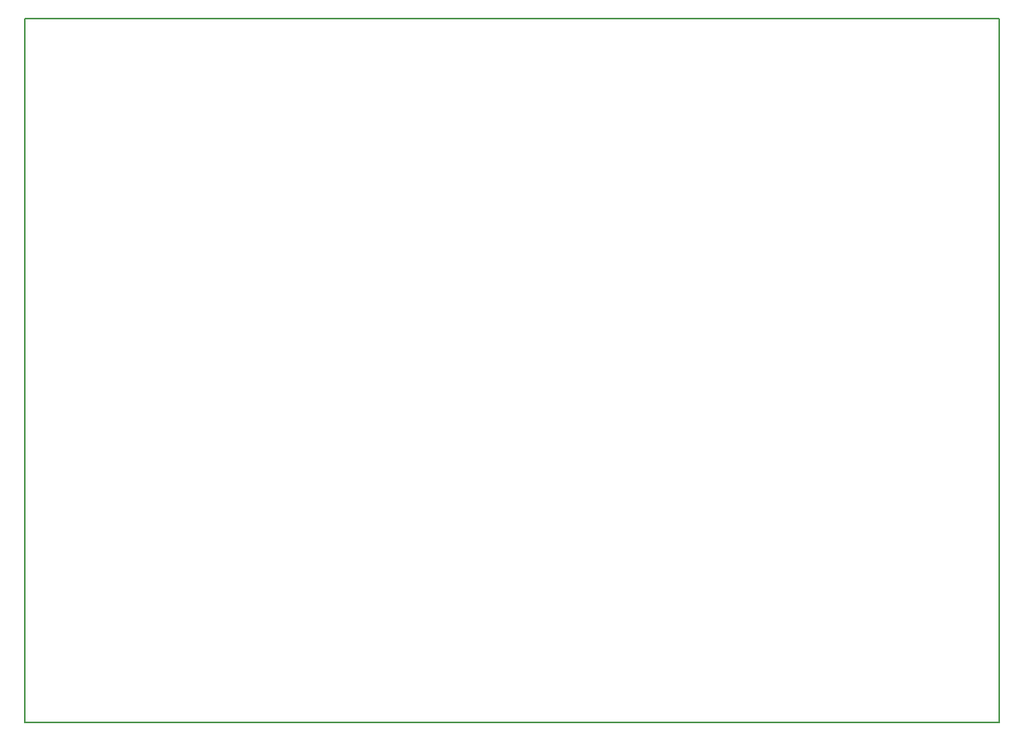
<source format=gbr>
G04 #@! TF.FileFunction,Profile,NP*
%FSLAX46Y46*%
G04 Gerber Fmt 4.6, Leading zero omitted, Abs format (unit mm)*
G04 Created by KiCad (PCBNEW 4.0.7-e2-6376~58~ubuntu16.04.1) date Thu Sep 21 21:37:59 2017*
%MOMM*%
%LPD*%
G01*
G04 APERTURE LIST*
%ADD10C,0.100000*%
%ADD11C,0.150000*%
G04 APERTURE END LIST*
D10*
D11*
X0Y-77000000D02*
X0Y0D01*
X106500000Y0D02*
X106500000Y-77000000D01*
X106500000Y-77000000D02*
X0Y-77000000D01*
X0Y0D02*
X106500000Y0D01*
M02*

</source>
